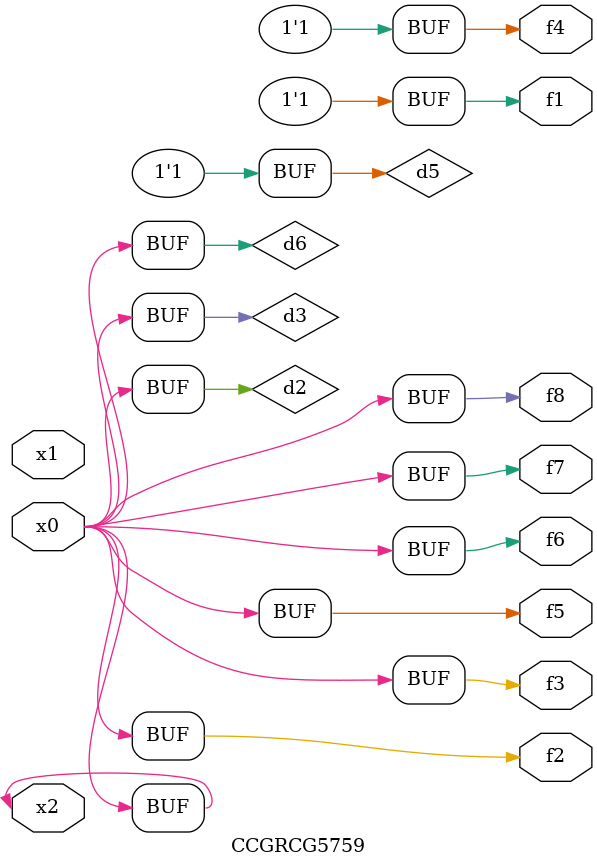
<source format=v>
module CCGRCG5759(
	input x0, x1, x2,
	output f1, f2, f3, f4, f5, f6, f7, f8
);

	wire d1, d2, d3, d4, d5, d6;

	xnor (d1, x2);
	buf (d2, x0, x2);
	and (d3, x0);
	xnor (d4, x1, x2);
	nand (d5, d1, d3);
	buf (d6, d2, d3);
	assign f1 = d5;
	assign f2 = d6;
	assign f3 = d6;
	assign f4 = d5;
	assign f5 = d6;
	assign f6 = d6;
	assign f7 = d6;
	assign f8 = d6;
endmodule

</source>
